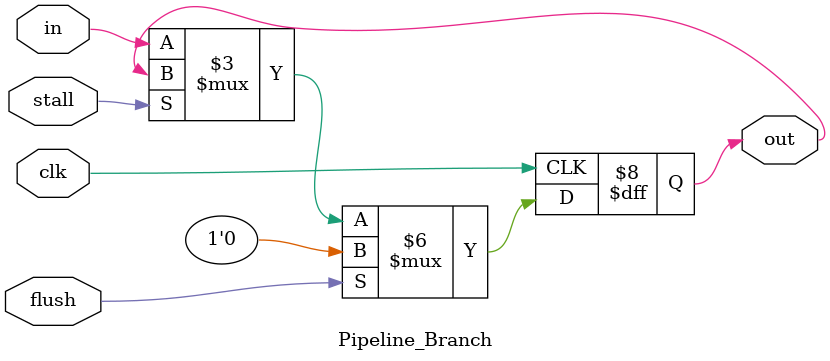
<source format=sv>
module Pipeline_Branch(input logic clk, stall, flush, input logic in, 
				   	   output logic out);
	always_ff @(posedge clk) begin
		if (flush) out <= 0;
		else if (~stall) out <= in;
	end
endmodule

</source>
